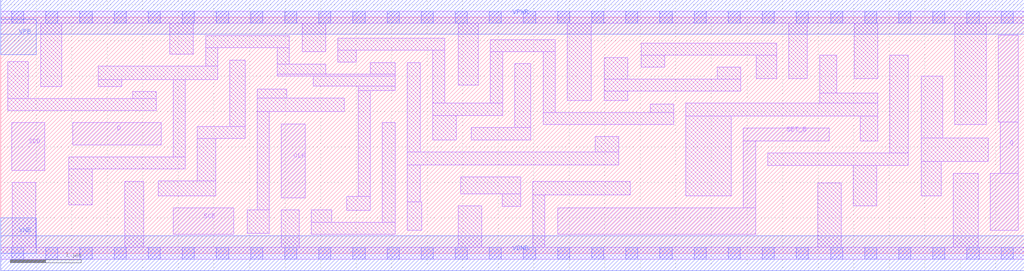
<source format=lef>
# Copyright 2020 The SkyWater PDK Authors
#
# Licensed under the Apache License, Version 2.0 (the "License");
# you may not use this file except in compliance with the License.
# You may obtain a copy of the License at
#
#     https://www.apache.org/licenses/LICENSE-2.0
#
# Unless required by applicable law or agreed to in writing, software
# distributed under the License is distributed on an "AS IS" BASIS,
# WITHOUT WARRANTIES OR CONDITIONS OF ANY KIND, either express or implied.
# See the License for the specific language governing permissions and
# limitations under the License.
#
# SPDX-License-Identifier: Apache-2.0

VERSION 5.5 ;
NAMESCASESENSITIVE ON ;
BUSBITCHARS "[]" ;
DIVIDERCHAR "/" ;
MACRO sky130_fd_sc_lp__sdfstp_1
  CLASS CORE ;
  SOURCE USER ;
  ORIGIN  0.000000  0.000000 ;
  SIZE  14.40000 BY  3.330000 ;
  SYMMETRY X Y R90 ;
  SITE unit ;
  PIN D
    ANTENNAGATEAREA  0.159000 ;
    DIRECTION INPUT ;
    USE SIGNAL ;
    PORT
      LAYER li1 ;
        RECT 1.015000 1.530000 2.255000 1.840000 ;
    END
  END D
  PIN Q
    ANTENNADIFFAREA  0.556500 ;
    DIRECTION OUTPUT ;
    USE SIGNAL ;
    PORT
      LAYER li1 ;
        RECT 13.925000 0.325000 14.315000 1.125000 ;
        RECT 14.035000 1.850000 14.315000 3.075000 ;
        RECT 14.065000 1.125000 14.315000 1.850000 ;
    END
  END Q
  PIN SCD
    ANTENNAGATEAREA  0.159000 ;
    DIRECTION INPUT ;
    USE SIGNAL ;
    PORT
      LAYER li1 ;
        RECT 0.155000 1.170000 0.620000 1.840000 ;
    END
  END SCD
  PIN SCE
    ANTENNAGATEAREA  0.318000 ;
    DIRECTION INPUT ;
    USE SIGNAL ;
    PORT
      LAYER li1 ;
        RECT 2.430000 0.265000 3.275000 0.640000 ;
    END
  END SCE
  PIN SET_B
    ANTENNAGATEAREA  0.252000 ;
    DIRECTION INPUT ;
    USE SIGNAL ;
    PORT
      LAYER li1 ;
        RECT  7.835000 0.265000 10.620000 0.640000 ;
        RECT 10.450000 0.640000 10.620000 1.585000 ;
        RECT 10.450000 1.585000 11.660000 1.765000 ;
    END
  END SET_B
  PIN CLK
    ANTENNAGATEAREA  0.159000 ;
    DIRECTION INPUT ;
    USE CLOCK ;
    PORT
      LAYER li1 ;
        RECT 3.950000 0.780000 4.285000 1.825000 ;
    END
  END CLK
  PIN VGND
    DIRECTION INOUT ;
    USE GROUND ;
    PORT
      LAYER met1 ;
        RECT 0.000000 -0.245000 14.400000 0.245000 ;
    END
  END VGND
  PIN VNB
    DIRECTION INOUT ;
    USE GROUND ;
    PORT
      LAYER met1 ;
        RECT 0.000000 0.000000 0.500000 0.500000 ;
    END
  END VNB
  PIN VPB
    DIRECTION INOUT ;
    USE POWER ;
    PORT
      LAYER met1 ;
        RECT 0.000000 2.800000 0.500000 3.300000 ;
    END
  END VPB
  PIN VPWR
    DIRECTION INOUT ;
    USE POWER ;
    PORT
      LAYER met1 ;
        RECT 0.000000 3.085000 14.400000 3.575000 ;
    END
  END VPWR
  OBS
    LAYER li1 ;
      RECT  0.000000 -0.085000 14.400000 0.085000 ;
      RECT  0.000000  3.245000 14.400000 3.415000 ;
      RECT  0.095000  2.010000  2.185000 2.180000 ;
      RECT  0.095000  2.180000  0.390000 2.700000 ;
      RECT  0.165000  0.085000  0.495000 1.000000 ;
      RECT  0.560000  2.350000  0.855000 3.245000 ;
      RECT  0.955000  0.685000  1.285000 1.190000 ;
      RECT  0.955000  1.190000  2.595000 1.360000 ;
      RECT  1.370000  2.350000  1.700000 2.450000 ;
      RECT  1.370000  2.450000  3.055000 2.640000 ;
      RECT  1.745000  0.085000  2.015000 1.015000 ;
      RECT  1.855000  2.180000  2.185000 2.280000 ;
      RECT  2.215000  0.810000  3.025000 1.020000 ;
      RECT  2.375000  2.810000  2.705000 3.245000 ;
      RECT  2.425000  1.360000  2.595000 2.450000 ;
      RECT  2.765000  1.020000  3.025000 1.620000 ;
      RECT  2.765000  1.620000  3.440000 1.790000 ;
      RECT  2.885000  2.640000  3.055000 2.895000 ;
      RECT  2.885000  2.895000  4.060000 3.065000 ;
      RECT  3.225000  1.790000  3.440000 2.725000 ;
      RECT  3.470000  0.280000  3.780000 0.610000 ;
      RECT  3.610000  0.610000  3.780000 1.995000 ;
      RECT  3.610000  1.995000  4.835000 2.185000 ;
      RECT  3.610000  2.185000  4.025000 2.315000 ;
      RECT  3.890000  2.495000  5.550000 2.525000 ;
      RECT  3.890000  2.525000  4.570000 2.665000 ;
      RECT  3.890000  2.665000  4.060000 2.895000 ;
      RECT  3.950000  0.085000  4.200000 0.610000 ;
      RECT  4.240000  2.845000  4.570000 3.245000 ;
      RECT  4.370000  0.265000  5.550000 0.435000 ;
      RECT  4.370000  0.435000  4.660000 0.610000 ;
      RECT  4.400000  2.355000  5.550000 2.495000 ;
      RECT  4.740000  2.695000  5.000000 2.865000 ;
      RECT  4.740000  2.865000  6.250000 3.035000 ;
      RECT  4.870000  0.605000  5.200000 0.805000 ;
      RECT  5.030000  0.805000  5.200000 2.295000 ;
      RECT  5.030000  2.295000  5.550000 2.355000 ;
      RECT  5.200000  2.525000  5.550000 2.690000 ;
      RECT  5.370000  0.435000  5.550000 1.845000 ;
      RECT  5.720000  0.325000  5.920000 0.725000 ;
      RECT  5.720000  0.725000  5.900000 1.245000 ;
      RECT  5.720000  1.245000  8.695000 1.425000 ;
      RECT  5.720000  1.425000  5.900000 2.690000 ;
      RECT  6.080000  1.595000  6.410000 1.945000 ;
      RECT  6.080000  1.945000  7.060000 2.115000 ;
      RECT  6.080000  2.115000  6.250000 2.865000 ;
      RECT  6.440000  0.085000  6.770000 0.665000 ;
      RECT  6.440000  2.370000  6.720000 3.245000 ;
      RECT  6.470000  0.835000  7.315000 1.075000 ;
      RECT  6.620000  1.595000  7.460000 1.775000 ;
      RECT  6.890000  2.115000  7.060000 2.840000 ;
      RECT  6.890000  2.840000  7.800000 3.010000 ;
      RECT  7.055000  0.660000  7.315000 0.835000 ;
      RECT  7.230000  1.775000  7.460000 2.670000 ;
      RECT  7.485000  0.085000  7.655000 0.820000 ;
      RECT  7.485000  0.820000  8.855000 1.010000 ;
      RECT  7.630000  1.815000  9.470000 1.985000 ;
      RECT  7.630000  1.985000  7.800000 2.840000 ;
      RECT  7.970000  2.155000  8.310000 3.245000 ;
      RECT  8.365000  1.425000  8.695000 1.645000 ;
      RECT  8.490000  2.155000  8.820000 2.285000 ;
      RECT  8.490000  2.285000 10.410000 2.455000 ;
      RECT  8.490000  2.455000  8.820000 2.755000 ;
      RECT  9.010000  2.625000  9.340000 2.795000 ;
      RECT  9.010000  2.795000 10.920000 2.965000 ;
      RECT  9.140000  1.985000  9.470000 2.105000 ;
      RECT  9.640000  0.810000 10.280000 1.935000 ;
      RECT  9.640000  1.935000 12.340000 2.115000 ;
      RECT 10.080000  2.455000 10.410000 2.625000 ;
      RECT 10.630000  2.465000 10.920000 2.795000 ;
      RECT 10.790000  1.235000 12.770000 1.415000 ;
      RECT 11.090000  2.465000 11.350000 3.245000 ;
      RECT 11.495000  0.085000 11.825000 0.995000 ;
      RECT 11.520000  2.115000 12.340000 2.255000 ;
      RECT 11.520000  2.255000 11.760000 2.795000 ;
      RECT 11.995000  0.665000 12.325000 1.235000 ;
      RECT 12.010000  2.465000 12.340000 3.245000 ;
      RECT 12.090000  1.585000 12.340000 1.935000 ;
      RECT 12.510000  1.415000 12.770000 2.795000 ;
      RECT 12.950000  0.810000 13.230000 1.295000 ;
      RECT 12.950000  1.295000 13.895000 1.625000 ;
      RECT 12.950000  1.625000 13.255000 2.495000 ;
      RECT 13.400000  0.085000 13.755000 1.125000 ;
      RECT 13.425000  1.815000 13.865000 3.245000 ;
    LAYER mcon ;
      RECT  0.155000 -0.085000  0.325000 0.085000 ;
      RECT  0.155000  3.245000  0.325000 3.415000 ;
      RECT  0.635000 -0.085000  0.805000 0.085000 ;
      RECT  0.635000  3.245000  0.805000 3.415000 ;
      RECT  1.115000 -0.085000  1.285000 0.085000 ;
      RECT  1.115000  3.245000  1.285000 3.415000 ;
      RECT  1.595000 -0.085000  1.765000 0.085000 ;
      RECT  1.595000  3.245000  1.765000 3.415000 ;
      RECT  2.075000 -0.085000  2.245000 0.085000 ;
      RECT  2.075000  3.245000  2.245000 3.415000 ;
      RECT  2.555000 -0.085000  2.725000 0.085000 ;
      RECT  2.555000  3.245000  2.725000 3.415000 ;
      RECT  3.035000 -0.085000  3.205000 0.085000 ;
      RECT  3.035000  3.245000  3.205000 3.415000 ;
      RECT  3.515000 -0.085000  3.685000 0.085000 ;
      RECT  3.515000  3.245000  3.685000 3.415000 ;
      RECT  3.995000 -0.085000  4.165000 0.085000 ;
      RECT  3.995000  3.245000  4.165000 3.415000 ;
      RECT  4.475000 -0.085000  4.645000 0.085000 ;
      RECT  4.475000  3.245000  4.645000 3.415000 ;
      RECT  4.955000 -0.085000  5.125000 0.085000 ;
      RECT  4.955000  3.245000  5.125000 3.415000 ;
      RECT  5.435000 -0.085000  5.605000 0.085000 ;
      RECT  5.435000  3.245000  5.605000 3.415000 ;
      RECT  5.915000 -0.085000  6.085000 0.085000 ;
      RECT  5.915000  3.245000  6.085000 3.415000 ;
      RECT  6.395000 -0.085000  6.565000 0.085000 ;
      RECT  6.395000  3.245000  6.565000 3.415000 ;
      RECT  6.875000 -0.085000  7.045000 0.085000 ;
      RECT  6.875000  3.245000  7.045000 3.415000 ;
      RECT  7.355000 -0.085000  7.525000 0.085000 ;
      RECT  7.355000  3.245000  7.525000 3.415000 ;
      RECT  7.835000 -0.085000  8.005000 0.085000 ;
      RECT  7.835000  3.245000  8.005000 3.415000 ;
      RECT  8.315000 -0.085000  8.485000 0.085000 ;
      RECT  8.315000  3.245000  8.485000 3.415000 ;
      RECT  8.795000 -0.085000  8.965000 0.085000 ;
      RECT  8.795000  3.245000  8.965000 3.415000 ;
      RECT  9.275000 -0.085000  9.445000 0.085000 ;
      RECT  9.275000  3.245000  9.445000 3.415000 ;
      RECT  9.755000 -0.085000  9.925000 0.085000 ;
      RECT  9.755000  3.245000  9.925000 3.415000 ;
      RECT 10.235000 -0.085000 10.405000 0.085000 ;
      RECT 10.235000  3.245000 10.405000 3.415000 ;
      RECT 10.715000 -0.085000 10.885000 0.085000 ;
      RECT 10.715000  3.245000 10.885000 3.415000 ;
      RECT 11.195000 -0.085000 11.365000 0.085000 ;
      RECT 11.195000  3.245000 11.365000 3.415000 ;
      RECT 11.675000 -0.085000 11.845000 0.085000 ;
      RECT 11.675000  3.245000 11.845000 3.415000 ;
      RECT 12.155000 -0.085000 12.325000 0.085000 ;
      RECT 12.155000  3.245000 12.325000 3.415000 ;
      RECT 12.635000 -0.085000 12.805000 0.085000 ;
      RECT 12.635000  3.245000 12.805000 3.415000 ;
      RECT 13.115000 -0.085000 13.285000 0.085000 ;
      RECT 13.115000  3.245000 13.285000 3.415000 ;
      RECT 13.595000 -0.085000 13.765000 0.085000 ;
      RECT 13.595000  3.245000 13.765000 3.415000 ;
      RECT 14.075000 -0.085000 14.245000 0.085000 ;
      RECT 14.075000  3.245000 14.245000 3.415000 ;
  END
END sky130_fd_sc_lp__sdfstp_1
END LIBRARY

</source>
